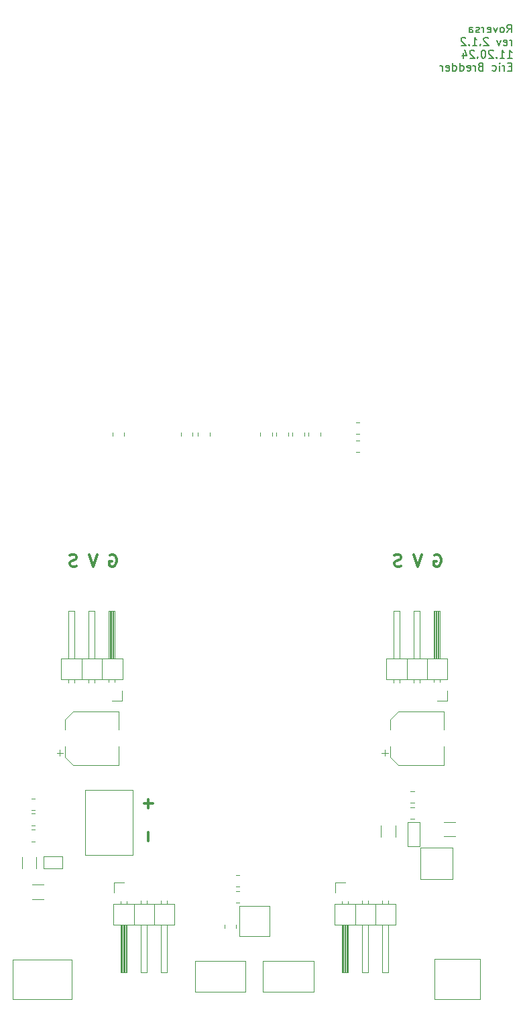
<source format=gbr>
%TF.GenerationSoftware,KiCad,Pcbnew,8.0.6-8.0.6-0~ubuntu24.04.1*%
%TF.CreationDate,2024-11-21T15:03:40-05:00*%
%TF.ProjectId,roversa2,726f7665-7273-4613-922e-6b696361645f,rev?*%
%TF.SameCoordinates,Original*%
%TF.FileFunction,Legend,Bot*%
%TF.FilePolarity,Positive*%
%FSLAX46Y46*%
G04 Gerber Fmt 4.6, Leading zero omitted, Abs format (unit mm)*
G04 Created by KiCad (PCBNEW 8.0.6-8.0.6-0~ubuntu24.04.1) date 2024-11-21 15:03:40*
%MOMM*%
%LPD*%
G01*
G04 APERTURE LIST*
%ADD10C,0.300000*%
%ADD11C,0.150000*%
%ADD12C,0.120000*%
%ADD13C,0.100000*%
G04 APERTURE END LIST*
D10*
X122611774Y-93368257D02*
X122754632Y-93296828D01*
X122754632Y-93296828D02*
X122968917Y-93296828D01*
X122968917Y-93296828D02*
X123183203Y-93368257D01*
X123183203Y-93368257D02*
X123326060Y-93511114D01*
X123326060Y-93511114D02*
X123397489Y-93653971D01*
X123397489Y-93653971D02*
X123468917Y-93939685D01*
X123468917Y-93939685D02*
X123468917Y-94153971D01*
X123468917Y-94153971D02*
X123397489Y-94439685D01*
X123397489Y-94439685D02*
X123326060Y-94582542D01*
X123326060Y-94582542D02*
X123183203Y-94725400D01*
X123183203Y-94725400D02*
X122968917Y-94796828D01*
X122968917Y-94796828D02*
X122826060Y-94796828D01*
X122826060Y-94796828D02*
X122611774Y-94725400D01*
X122611774Y-94725400D02*
X122540346Y-94653971D01*
X122540346Y-94653971D02*
X122540346Y-94153971D01*
X122540346Y-94153971D02*
X122826060Y-94153971D01*
X120968917Y-93296828D02*
X120468917Y-94796828D01*
X120468917Y-94796828D02*
X119968917Y-93296828D01*
X118397489Y-94725400D02*
X118183204Y-94796828D01*
X118183204Y-94796828D02*
X117826061Y-94796828D01*
X117826061Y-94796828D02*
X117683204Y-94725400D01*
X117683204Y-94725400D02*
X117611775Y-94653971D01*
X117611775Y-94653971D02*
X117540346Y-94511114D01*
X117540346Y-94511114D02*
X117540346Y-94368257D01*
X117540346Y-94368257D02*
X117611775Y-94225400D01*
X117611775Y-94225400D02*
X117683204Y-94153971D01*
X117683204Y-94153971D02*
X117826061Y-94082542D01*
X117826061Y-94082542D02*
X118111775Y-94011114D01*
X118111775Y-94011114D02*
X118254632Y-93939685D01*
X118254632Y-93939685D02*
X118326061Y-93868257D01*
X118326061Y-93868257D02*
X118397489Y-93725400D01*
X118397489Y-93725400D02*
X118397489Y-93582542D01*
X118397489Y-93582542D02*
X118326061Y-93439685D01*
X118326061Y-93439685D02*
X118254632Y-93368257D01*
X118254632Y-93368257D02*
X118111775Y-93296828D01*
X118111775Y-93296828D02*
X117754632Y-93296828D01*
X117754632Y-93296828D02*
X117540346Y-93368257D01*
X86495600Y-129468089D02*
X86495600Y-128325232D01*
X86495600Y-125325232D02*
X86495600Y-124182375D01*
X85924171Y-124753803D02*
X87067028Y-124753803D01*
D11*
X131781392Y-27399587D02*
X132114725Y-26923396D01*
X132352820Y-27399587D02*
X132352820Y-26399587D01*
X132352820Y-26399587D02*
X131971868Y-26399587D01*
X131971868Y-26399587D02*
X131876630Y-26447206D01*
X131876630Y-26447206D02*
X131829011Y-26494825D01*
X131829011Y-26494825D02*
X131781392Y-26590063D01*
X131781392Y-26590063D02*
X131781392Y-26732920D01*
X131781392Y-26732920D02*
X131829011Y-26828158D01*
X131829011Y-26828158D02*
X131876630Y-26875777D01*
X131876630Y-26875777D02*
X131971868Y-26923396D01*
X131971868Y-26923396D02*
X132352820Y-26923396D01*
X131209963Y-27399587D02*
X131305201Y-27351968D01*
X131305201Y-27351968D02*
X131352820Y-27304348D01*
X131352820Y-27304348D02*
X131400439Y-27209110D01*
X131400439Y-27209110D02*
X131400439Y-26923396D01*
X131400439Y-26923396D02*
X131352820Y-26828158D01*
X131352820Y-26828158D02*
X131305201Y-26780539D01*
X131305201Y-26780539D02*
X131209963Y-26732920D01*
X131209963Y-26732920D02*
X131067106Y-26732920D01*
X131067106Y-26732920D02*
X130971868Y-26780539D01*
X130971868Y-26780539D02*
X130924249Y-26828158D01*
X130924249Y-26828158D02*
X130876630Y-26923396D01*
X130876630Y-26923396D02*
X130876630Y-27209110D01*
X130876630Y-27209110D02*
X130924249Y-27304348D01*
X130924249Y-27304348D02*
X130971868Y-27351968D01*
X130971868Y-27351968D02*
X131067106Y-27399587D01*
X131067106Y-27399587D02*
X131209963Y-27399587D01*
X130543296Y-26732920D02*
X130305201Y-27399587D01*
X130305201Y-27399587D02*
X130067106Y-26732920D01*
X129305201Y-27351968D02*
X129400439Y-27399587D01*
X129400439Y-27399587D02*
X129590915Y-27399587D01*
X129590915Y-27399587D02*
X129686153Y-27351968D01*
X129686153Y-27351968D02*
X129733772Y-27256729D01*
X129733772Y-27256729D02*
X129733772Y-26875777D01*
X129733772Y-26875777D02*
X129686153Y-26780539D01*
X129686153Y-26780539D02*
X129590915Y-26732920D01*
X129590915Y-26732920D02*
X129400439Y-26732920D01*
X129400439Y-26732920D02*
X129305201Y-26780539D01*
X129305201Y-26780539D02*
X129257582Y-26875777D01*
X129257582Y-26875777D02*
X129257582Y-26971015D01*
X129257582Y-26971015D02*
X129733772Y-27066253D01*
X128829010Y-27399587D02*
X128829010Y-26732920D01*
X128829010Y-26923396D02*
X128781391Y-26828158D01*
X128781391Y-26828158D02*
X128733772Y-26780539D01*
X128733772Y-26780539D02*
X128638534Y-26732920D01*
X128638534Y-26732920D02*
X128543296Y-26732920D01*
X128257581Y-27351968D02*
X128162343Y-27399587D01*
X128162343Y-27399587D02*
X127971867Y-27399587D01*
X127971867Y-27399587D02*
X127876629Y-27351968D01*
X127876629Y-27351968D02*
X127829010Y-27256729D01*
X127829010Y-27256729D02*
X127829010Y-27209110D01*
X127829010Y-27209110D02*
X127876629Y-27113872D01*
X127876629Y-27113872D02*
X127971867Y-27066253D01*
X127971867Y-27066253D02*
X128114724Y-27066253D01*
X128114724Y-27066253D02*
X128209962Y-27018634D01*
X128209962Y-27018634D02*
X128257581Y-26923396D01*
X128257581Y-26923396D02*
X128257581Y-26875777D01*
X128257581Y-26875777D02*
X128209962Y-26780539D01*
X128209962Y-26780539D02*
X128114724Y-26732920D01*
X128114724Y-26732920D02*
X127971867Y-26732920D01*
X127971867Y-26732920D02*
X127876629Y-26780539D01*
X126971867Y-27399587D02*
X126971867Y-26875777D01*
X126971867Y-26875777D02*
X127019486Y-26780539D01*
X127019486Y-26780539D02*
X127114724Y-26732920D01*
X127114724Y-26732920D02*
X127305200Y-26732920D01*
X127305200Y-26732920D02*
X127400438Y-26780539D01*
X126971867Y-27351968D02*
X127067105Y-27399587D01*
X127067105Y-27399587D02*
X127305200Y-27399587D01*
X127305200Y-27399587D02*
X127400438Y-27351968D01*
X127400438Y-27351968D02*
X127448057Y-27256729D01*
X127448057Y-27256729D02*
X127448057Y-27161491D01*
X127448057Y-27161491D02*
X127400438Y-27066253D01*
X127400438Y-27066253D02*
X127305200Y-27018634D01*
X127305200Y-27018634D02*
X127067105Y-27018634D01*
X127067105Y-27018634D02*
X126971867Y-26971015D01*
X132352820Y-29009531D02*
X132352820Y-28342864D01*
X132352820Y-28533340D02*
X132305201Y-28438102D01*
X132305201Y-28438102D02*
X132257582Y-28390483D01*
X132257582Y-28390483D02*
X132162344Y-28342864D01*
X132162344Y-28342864D02*
X132067106Y-28342864D01*
X131352820Y-28961912D02*
X131448058Y-29009531D01*
X131448058Y-29009531D02*
X131638534Y-29009531D01*
X131638534Y-29009531D02*
X131733772Y-28961912D01*
X131733772Y-28961912D02*
X131781391Y-28866673D01*
X131781391Y-28866673D02*
X131781391Y-28485721D01*
X131781391Y-28485721D02*
X131733772Y-28390483D01*
X131733772Y-28390483D02*
X131638534Y-28342864D01*
X131638534Y-28342864D02*
X131448058Y-28342864D01*
X131448058Y-28342864D02*
X131352820Y-28390483D01*
X131352820Y-28390483D02*
X131305201Y-28485721D01*
X131305201Y-28485721D02*
X131305201Y-28580959D01*
X131305201Y-28580959D02*
X131781391Y-28676197D01*
X130971867Y-28342864D02*
X130733772Y-29009531D01*
X130733772Y-29009531D02*
X130495677Y-28342864D01*
X129400438Y-28104769D02*
X129352819Y-28057150D01*
X129352819Y-28057150D02*
X129257581Y-28009531D01*
X129257581Y-28009531D02*
X129019486Y-28009531D01*
X129019486Y-28009531D02*
X128924248Y-28057150D01*
X128924248Y-28057150D02*
X128876629Y-28104769D01*
X128876629Y-28104769D02*
X128829010Y-28200007D01*
X128829010Y-28200007D02*
X128829010Y-28295245D01*
X128829010Y-28295245D02*
X128876629Y-28438102D01*
X128876629Y-28438102D02*
X129448057Y-29009531D01*
X129448057Y-29009531D02*
X128829010Y-29009531D01*
X128400438Y-28914292D02*
X128352819Y-28961912D01*
X128352819Y-28961912D02*
X128400438Y-29009531D01*
X128400438Y-29009531D02*
X128448057Y-28961912D01*
X128448057Y-28961912D02*
X128400438Y-28914292D01*
X128400438Y-28914292D02*
X128400438Y-29009531D01*
X127400439Y-29009531D02*
X127971867Y-29009531D01*
X127686153Y-29009531D02*
X127686153Y-28009531D01*
X127686153Y-28009531D02*
X127781391Y-28152388D01*
X127781391Y-28152388D02*
X127876629Y-28247626D01*
X127876629Y-28247626D02*
X127971867Y-28295245D01*
X126971867Y-28914292D02*
X126924248Y-28961912D01*
X126924248Y-28961912D02*
X126971867Y-29009531D01*
X126971867Y-29009531D02*
X127019486Y-28961912D01*
X127019486Y-28961912D02*
X126971867Y-28914292D01*
X126971867Y-28914292D02*
X126971867Y-29009531D01*
X126543296Y-28104769D02*
X126495677Y-28057150D01*
X126495677Y-28057150D02*
X126400439Y-28009531D01*
X126400439Y-28009531D02*
X126162344Y-28009531D01*
X126162344Y-28009531D02*
X126067106Y-28057150D01*
X126067106Y-28057150D02*
X126019487Y-28104769D01*
X126019487Y-28104769D02*
X125971868Y-28200007D01*
X125971868Y-28200007D02*
X125971868Y-28295245D01*
X125971868Y-28295245D02*
X126019487Y-28438102D01*
X126019487Y-28438102D02*
X126590915Y-29009531D01*
X126590915Y-29009531D02*
X125971868Y-29009531D01*
X131829011Y-30619475D02*
X132400439Y-30619475D01*
X132114725Y-30619475D02*
X132114725Y-29619475D01*
X132114725Y-29619475D02*
X132209963Y-29762332D01*
X132209963Y-29762332D02*
X132305201Y-29857570D01*
X132305201Y-29857570D02*
X132400439Y-29905189D01*
X130876630Y-30619475D02*
X131448058Y-30619475D01*
X131162344Y-30619475D02*
X131162344Y-29619475D01*
X131162344Y-29619475D02*
X131257582Y-29762332D01*
X131257582Y-29762332D02*
X131352820Y-29857570D01*
X131352820Y-29857570D02*
X131448058Y-29905189D01*
X130448058Y-30524236D02*
X130400439Y-30571856D01*
X130400439Y-30571856D02*
X130448058Y-30619475D01*
X130448058Y-30619475D02*
X130495677Y-30571856D01*
X130495677Y-30571856D02*
X130448058Y-30524236D01*
X130448058Y-30524236D02*
X130448058Y-30619475D01*
X130019487Y-29714713D02*
X129971868Y-29667094D01*
X129971868Y-29667094D02*
X129876630Y-29619475D01*
X129876630Y-29619475D02*
X129638535Y-29619475D01*
X129638535Y-29619475D02*
X129543297Y-29667094D01*
X129543297Y-29667094D02*
X129495678Y-29714713D01*
X129495678Y-29714713D02*
X129448059Y-29809951D01*
X129448059Y-29809951D02*
X129448059Y-29905189D01*
X129448059Y-29905189D02*
X129495678Y-30048046D01*
X129495678Y-30048046D02*
X130067106Y-30619475D01*
X130067106Y-30619475D02*
X129448059Y-30619475D01*
X128829011Y-29619475D02*
X128733773Y-29619475D01*
X128733773Y-29619475D02*
X128638535Y-29667094D01*
X128638535Y-29667094D02*
X128590916Y-29714713D01*
X128590916Y-29714713D02*
X128543297Y-29809951D01*
X128543297Y-29809951D02*
X128495678Y-30000427D01*
X128495678Y-30000427D02*
X128495678Y-30238522D01*
X128495678Y-30238522D02*
X128543297Y-30428998D01*
X128543297Y-30428998D02*
X128590916Y-30524236D01*
X128590916Y-30524236D02*
X128638535Y-30571856D01*
X128638535Y-30571856D02*
X128733773Y-30619475D01*
X128733773Y-30619475D02*
X128829011Y-30619475D01*
X128829011Y-30619475D02*
X128924249Y-30571856D01*
X128924249Y-30571856D02*
X128971868Y-30524236D01*
X128971868Y-30524236D02*
X129019487Y-30428998D01*
X129019487Y-30428998D02*
X129067106Y-30238522D01*
X129067106Y-30238522D02*
X129067106Y-30000427D01*
X129067106Y-30000427D02*
X129019487Y-29809951D01*
X129019487Y-29809951D02*
X128971868Y-29714713D01*
X128971868Y-29714713D02*
X128924249Y-29667094D01*
X128924249Y-29667094D02*
X128829011Y-29619475D01*
X128067106Y-30524236D02*
X128019487Y-30571856D01*
X128019487Y-30571856D02*
X128067106Y-30619475D01*
X128067106Y-30619475D02*
X128114725Y-30571856D01*
X128114725Y-30571856D02*
X128067106Y-30524236D01*
X128067106Y-30524236D02*
X128067106Y-30619475D01*
X127638535Y-29714713D02*
X127590916Y-29667094D01*
X127590916Y-29667094D02*
X127495678Y-29619475D01*
X127495678Y-29619475D02*
X127257583Y-29619475D01*
X127257583Y-29619475D02*
X127162345Y-29667094D01*
X127162345Y-29667094D02*
X127114726Y-29714713D01*
X127114726Y-29714713D02*
X127067107Y-29809951D01*
X127067107Y-29809951D02*
X127067107Y-29905189D01*
X127067107Y-29905189D02*
X127114726Y-30048046D01*
X127114726Y-30048046D02*
X127686154Y-30619475D01*
X127686154Y-30619475D02*
X127067107Y-30619475D01*
X126209964Y-29952808D02*
X126209964Y-30619475D01*
X126448059Y-29571856D02*
X126686154Y-30286141D01*
X126686154Y-30286141D02*
X126067107Y-30286141D01*
X132352820Y-31705609D02*
X132019487Y-31705609D01*
X131876630Y-32229419D02*
X132352820Y-32229419D01*
X132352820Y-32229419D02*
X132352820Y-31229419D01*
X132352820Y-31229419D02*
X131876630Y-31229419D01*
X131448058Y-32229419D02*
X131448058Y-31562752D01*
X131448058Y-31753228D02*
X131400439Y-31657990D01*
X131400439Y-31657990D02*
X131352820Y-31610371D01*
X131352820Y-31610371D02*
X131257582Y-31562752D01*
X131257582Y-31562752D02*
X131162344Y-31562752D01*
X130829010Y-32229419D02*
X130829010Y-31562752D01*
X130829010Y-31229419D02*
X130876629Y-31277038D01*
X130876629Y-31277038D02*
X130829010Y-31324657D01*
X130829010Y-31324657D02*
X130781391Y-31277038D01*
X130781391Y-31277038D02*
X130829010Y-31229419D01*
X130829010Y-31229419D02*
X130829010Y-31324657D01*
X129924249Y-32181800D02*
X130019487Y-32229419D01*
X130019487Y-32229419D02*
X130209963Y-32229419D01*
X130209963Y-32229419D02*
X130305201Y-32181800D01*
X130305201Y-32181800D02*
X130352820Y-32134180D01*
X130352820Y-32134180D02*
X130400439Y-32038942D01*
X130400439Y-32038942D02*
X130400439Y-31753228D01*
X130400439Y-31753228D02*
X130352820Y-31657990D01*
X130352820Y-31657990D02*
X130305201Y-31610371D01*
X130305201Y-31610371D02*
X130209963Y-31562752D01*
X130209963Y-31562752D02*
X130019487Y-31562752D01*
X130019487Y-31562752D02*
X129924249Y-31610371D01*
X128400439Y-31705609D02*
X128257582Y-31753228D01*
X128257582Y-31753228D02*
X128209963Y-31800847D01*
X128209963Y-31800847D02*
X128162344Y-31896085D01*
X128162344Y-31896085D02*
X128162344Y-32038942D01*
X128162344Y-32038942D02*
X128209963Y-32134180D01*
X128209963Y-32134180D02*
X128257582Y-32181800D01*
X128257582Y-32181800D02*
X128352820Y-32229419D01*
X128352820Y-32229419D02*
X128733772Y-32229419D01*
X128733772Y-32229419D02*
X128733772Y-31229419D01*
X128733772Y-31229419D02*
X128400439Y-31229419D01*
X128400439Y-31229419D02*
X128305201Y-31277038D01*
X128305201Y-31277038D02*
X128257582Y-31324657D01*
X128257582Y-31324657D02*
X128209963Y-31419895D01*
X128209963Y-31419895D02*
X128209963Y-31515133D01*
X128209963Y-31515133D02*
X128257582Y-31610371D01*
X128257582Y-31610371D02*
X128305201Y-31657990D01*
X128305201Y-31657990D02*
X128400439Y-31705609D01*
X128400439Y-31705609D02*
X128733772Y-31705609D01*
X127733772Y-32229419D02*
X127733772Y-31562752D01*
X127733772Y-31753228D02*
X127686153Y-31657990D01*
X127686153Y-31657990D02*
X127638534Y-31610371D01*
X127638534Y-31610371D02*
X127543296Y-31562752D01*
X127543296Y-31562752D02*
X127448058Y-31562752D01*
X126733772Y-32181800D02*
X126829010Y-32229419D01*
X126829010Y-32229419D02*
X127019486Y-32229419D01*
X127019486Y-32229419D02*
X127114724Y-32181800D01*
X127114724Y-32181800D02*
X127162343Y-32086561D01*
X127162343Y-32086561D02*
X127162343Y-31705609D01*
X127162343Y-31705609D02*
X127114724Y-31610371D01*
X127114724Y-31610371D02*
X127019486Y-31562752D01*
X127019486Y-31562752D02*
X126829010Y-31562752D01*
X126829010Y-31562752D02*
X126733772Y-31610371D01*
X126733772Y-31610371D02*
X126686153Y-31705609D01*
X126686153Y-31705609D02*
X126686153Y-31800847D01*
X126686153Y-31800847D02*
X127162343Y-31896085D01*
X125829010Y-32229419D02*
X125829010Y-31229419D01*
X125829010Y-32181800D02*
X125924248Y-32229419D01*
X125924248Y-32229419D02*
X126114724Y-32229419D01*
X126114724Y-32229419D02*
X126209962Y-32181800D01*
X126209962Y-32181800D02*
X126257581Y-32134180D01*
X126257581Y-32134180D02*
X126305200Y-32038942D01*
X126305200Y-32038942D02*
X126305200Y-31753228D01*
X126305200Y-31753228D02*
X126257581Y-31657990D01*
X126257581Y-31657990D02*
X126209962Y-31610371D01*
X126209962Y-31610371D02*
X126114724Y-31562752D01*
X126114724Y-31562752D02*
X125924248Y-31562752D01*
X125924248Y-31562752D02*
X125829010Y-31610371D01*
X124924248Y-32229419D02*
X124924248Y-31229419D01*
X124924248Y-32181800D02*
X125019486Y-32229419D01*
X125019486Y-32229419D02*
X125209962Y-32229419D01*
X125209962Y-32229419D02*
X125305200Y-32181800D01*
X125305200Y-32181800D02*
X125352819Y-32134180D01*
X125352819Y-32134180D02*
X125400438Y-32038942D01*
X125400438Y-32038942D02*
X125400438Y-31753228D01*
X125400438Y-31753228D02*
X125352819Y-31657990D01*
X125352819Y-31657990D02*
X125305200Y-31610371D01*
X125305200Y-31610371D02*
X125209962Y-31562752D01*
X125209962Y-31562752D02*
X125019486Y-31562752D01*
X125019486Y-31562752D02*
X124924248Y-31610371D01*
X124067105Y-32181800D02*
X124162343Y-32229419D01*
X124162343Y-32229419D02*
X124352819Y-32229419D01*
X124352819Y-32229419D02*
X124448057Y-32181800D01*
X124448057Y-32181800D02*
X124495676Y-32086561D01*
X124495676Y-32086561D02*
X124495676Y-31705609D01*
X124495676Y-31705609D02*
X124448057Y-31610371D01*
X124448057Y-31610371D02*
X124352819Y-31562752D01*
X124352819Y-31562752D02*
X124162343Y-31562752D01*
X124162343Y-31562752D02*
X124067105Y-31610371D01*
X124067105Y-31610371D02*
X124019486Y-31705609D01*
X124019486Y-31705609D02*
X124019486Y-31800847D01*
X124019486Y-31800847D02*
X124495676Y-31896085D01*
X123590914Y-32229419D02*
X123590914Y-31562752D01*
X123590914Y-31753228D02*
X123543295Y-31657990D01*
X123543295Y-31657990D02*
X123495676Y-31610371D01*
X123495676Y-31610371D02*
X123400438Y-31562752D01*
X123400438Y-31562752D02*
X123305200Y-31562752D01*
D10*
X81631774Y-93368257D02*
X81774632Y-93296828D01*
X81774632Y-93296828D02*
X81988917Y-93296828D01*
X81988917Y-93296828D02*
X82203203Y-93368257D01*
X82203203Y-93368257D02*
X82346060Y-93511114D01*
X82346060Y-93511114D02*
X82417489Y-93653971D01*
X82417489Y-93653971D02*
X82488917Y-93939685D01*
X82488917Y-93939685D02*
X82488917Y-94153971D01*
X82488917Y-94153971D02*
X82417489Y-94439685D01*
X82417489Y-94439685D02*
X82346060Y-94582542D01*
X82346060Y-94582542D02*
X82203203Y-94725400D01*
X82203203Y-94725400D02*
X81988917Y-94796828D01*
X81988917Y-94796828D02*
X81846060Y-94796828D01*
X81846060Y-94796828D02*
X81631774Y-94725400D01*
X81631774Y-94725400D02*
X81560346Y-94653971D01*
X81560346Y-94653971D02*
X81560346Y-94153971D01*
X81560346Y-94153971D02*
X81846060Y-94153971D01*
X79988917Y-93296828D02*
X79488917Y-94796828D01*
X79488917Y-94796828D02*
X78988917Y-93296828D01*
X77417489Y-94725400D02*
X77203204Y-94796828D01*
X77203204Y-94796828D02*
X76846061Y-94796828D01*
X76846061Y-94796828D02*
X76703204Y-94725400D01*
X76703204Y-94725400D02*
X76631775Y-94653971D01*
X76631775Y-94653971D02*
X76560346Y-94511114D01*
X76560346Y-94511114D02*
X76560346Y-94368257D01*
X76560346Y-94368257D02*
X76631775Y-94225400D01*
X76631775Y-94225400D02*
X76703204Y-94153971D01*
X76703204Y-94153971D02*
X76846061Y-94082542D01*
X76846061Y-94082542D02*
X77131775Y-94011114D01*
X77131775Y-94011114D02*
X77274632Y-93939685D01*
X77274632Y-93939685D02*
X77346061Y-93868257D01*
X77346061Y-93868257D02*
X77417489Y-93725400D01*
X77417489Y-93725400D02*
X77417489Y-93582542D01*
X77417489Y-93582542D02*
X77346061Y-93439685D01*
X77346061Y-93439685D02*
X77274632Y-93368257D01*
X77274632Y-93368257D02*
X77131775Y-93296828D01*
X77131775Y-93296828D02*
X76774632Y-93296828D01*
X76774632Y-93296828D02*
X76560346Y-93368257D01*
D12*
%TO.C,R9*%
X112675936Y-78878000D02*
X113130064Y-78878000D01*
X112675936Y-80348000D02*
X113130064Y-80348000D01*
%TO.C,J4*%
D13*
X107372800Y-144594000D02*
X100972800Y-144594000D01*
X100972800Y-148544000D01*
X107372800Y-148544000D01*
X107372800Y-144594000D01*
D12*
%TO.C,J7*%
X116512800Y-106421900D02*
X124252800Y-106421900D01*
X116512800Y-109081900D02*
X116512800Y-106421900D01*
X117462800Y-100421900D02*
X117462800Y-106421900D01*
X117462800Y-109478971D02*
X117462800Y-109081900D01*
X118222800Y-100421900D02*
X117462800Y-100421900D01*
X118222800Y-106421900D02*
X118222800Y-100421900D01*
X118222800Y-109478971D02*
X118222800Y-109081900D01*
X119112800Y-109081900D02*
X119112800Y-106421900D01*
X120002800Y-100421900D02*
X120002800Y-106421900D01*
X120002800Y-109478971D02*
X120002800Y-109081900D01*
X120762800Y-100421900D02*
X120002800Y-100421900D01*
X120762800Y-106421900D02*
X120762800Y-100421900D01*
X120762800Y-109478971D02*
X120762800Y-109081900D01*
X121652800Y-109081900D02*
X121652800Y-106421900D01*
X122542800Y-100421900D02*
X122542800Y-106421900D01*
X122542800Y-109411900D02*
X122542800Y-109081900D01*
X122642800Y-106421900D02*
X122642800Y-100421900D01*
X122762800Y-106421900D02*
X122762800Y-100421900D01*
X122882800Y-106421900D02*
X122882800Y-100421900D01*
X122922800Y-111791900D02*
X124192800Y-111791900D01*
X123002800Y-106421900D02*
X123002800Y-100421900D01*
X123122800Y-106421900D02*
X123122800Y-100421900D01*
X123242800Y-106421900D02*
X123242800Y-100421900D01*
X123302800Y-100421900D02*
X122542800Y-100421900D01*
X123302800Y-106421900D02*
X123302800Y-100421900D01*
X123302800Y-109411900D02*
X123302800Y-109081900D01*
X124192800Y-111791900D02*
X124192800Y-110521900D01*
X124252800Y-106421900D02*
X124252800Y-109081900D01*
X124252800Y-109081900D02*
X116512800Y-109081900D01*
%TO.C,R7*%
X71732336Y-128043000D02*
X72186464Y-128043000D01*
X71732336Y-129513000D02*
X72186464Y-129513000D01*
%TO.C,R6*%
X72186464Y-124106000D02*
X71732336Y-124106000D01*
X72186464Y-125576000D02*
X71732336Y-125576000D01*
%TO.C,R13*%
X100611000Y-77861936D02*
X100611000Y-78316064D01*
X102081000Y-77861936D02*
X102081000Y-78316064D01*
%TO.C,R5*%
X72186464Y-126011000D02*
X71732336Y-126011000D01*
X72186464Y-127481000D02*
X71732336Y-127481000D01*
%TO.C,R10*%
X81942000Y-77861936D02*
X81942000Y-78316064D01*
X83412000Y-77861936D02*
X83412000Y-78316064D01*
%TO.C,U1*%
D13*
X120738200Y-127125600D02*
X119238200Y-127125600D01*
X119238200Y-130125600D01*
X120738200Y-130125600D01*
X120738200Y-127125600D01*
%TO.C,L1*%
X120858400Y-130308600D02*
X124858400Y-130308600D01*
X124858400Y-134308600D01*
X120858400Y-134308600D01*
X120858400Y-130308600D01*
D12*
%TO.C,C4*%
X73228252Y-134980000D02*
X71805748Y-134980000D01*
X73228252Y-136800000D02*
X71805748Y-136800000D01*
%TO.C,R8*%
X112675936Y-76592000D02*
X113130064Y-76592000D01*
X112675936Y-78062000D02*
X113130064Y-78062000D01*
%TO.C,D1*%
D13*
X97972800Y-141482800D02*
X101772800Y-141482800D01*
X101772800Y-137682800D01*
X97972800Y-137682800D01*
X97972800Y-141482800D01*
D12*
%TO.C,R2*%
X120037464Y-123191600D02*
X119583336Y-123191600D01*
X120037464Y-124661600D02*
X119583336Y-124661600D01*
%TO.C,SW1*%
D13*
X122572800Y-149450000D02*
X128372800Y-149450000D01*
X128372800Y-144350000D01*
X122572800Y-144350000D01*
X122572800Y-149450000D01*
D12*
%TO.C,C11*%
X115960300Y-118357300D02*
X116747800Y-118357300D01*
X116354050Y-118751050D02*
X116354050Y-117963550D01*
X116987800Y-114164237D02*
X116987800Y-115449800D01*
X116987800Y-114164237D02*
X118052237Y-113099800D01*
X116987800Y-118855363D02*
X116987800Y-117569800D01*
X116987800Y-118855363D02*
X118052237Y-119919800D01*
X118052237Y-113099800D02*
X123807800Y-113099800D01*
X118052237Y-119919800D02*
X123807800Y-119919800D01*
X123807800Y-113099800D02*
X123807800Y-115449800D01*
X123807800Y-119919800D02*
X123807800Y-117569800D01*
%TO.C,R17*%
X97991664Y-135789000D02*
X97537536Y-135789000D01*
X97991664Y-137259000D02*
X97537536Y-137259000D01*
%TO.C,R4*%
X96089800Y-140056136D02*
X96089800Y-140510264D01*
X97559800Y-140056136D02*
X97559800Y-140510264D01*
%TO.C,J1*%
D13*
X76772800Y-144421900D02*
X69372800Y-144421900D01*
X69372800Y-149421900D01*
X76772800Y-149421900D01*
X76772800Y-144421900D01*
D12*
%TO.C,C10*%
X74910300Y-118357300D02*
X75697800Y-118357300D01*
X75304050Y-118751050D02*
X75304050Y-117963550D01*
X75937800Y-114164237D02*
X75937800Y-115449800D01*
X75937800Y-114164237D02*
X77002237Y-113099800D01*
X75937800Y-118855363D02*
X75937800Y-117569800D01*
X75937800Y-118855363D02*
X77002237Y-119919800D01*
X77002237Y-113099800D02*
X82757800Y-113099800D01*
X77002237Y-119919800D02*
X82757800Y-119919800D01*
X82757800Y-113099800D02*
X82757800Y-115449800D01*
X82757800Y-119919800D02*
X82757800Y-117569800D01*
%TO.C,J6*%
X75462800Y-106421900D02*
X83202800Y-106421900D01*
X75462800Y-109081900D02*
X75462800Y-106421900D01*
X76412800Y-100421900D02*
X76412800Y-106421900D01*
X76412800Y-109478971D02*
X76412800Y-109081900D01*
X77172800Y-100421900D02*
X76412800Y-100421900D01*
X77172800Y-106421900D02*
X77172800Y-100421900D01*
X77172800Y-109478971D02*
X77172800Y-109081900D01*
X78062800Y-109081900D02*
X78062800Y-106421900D01*
X78952800Y-100421900D02*
X78952800Y-106421900D01*
X78952800Y-109478971D02*
X78952800Y-109081900D01*
X79712800Y-100421900D02*
X78952800Y-100421900D01*
X79712800Y-106421900D02*
X79712800Y-100421900D01*
X79712800Y-109478971D02*
X79712800Y-109081900D01*
X80602800Y-109081900D02*
X80602800Y-106421900D01*
X81492800Y-100421900D02*
X81492800Y-106421900D01*
X81492800Y-109411900D02*
X81492800Y-109081900D01*
X81592800Y-106421900D02*
X81592800Y-100421900D01*
X81712800Y-106421900D02*
X81712800Y-100421900D01*
X81832800Y-106421900D02*
X81832800Y-100421900D01*
X81872800Y-111791900D02*
X83142800Y-111791900D01*
X81952800Y-106421900D02*
X81952800Y-100421900D01*
X82072800Y-106421900D02*
X82072800Y-100421900D01*
X82192800Y-106421900D02*
X82192800Y-100421900D01*
X82252800Y-100421900D02*
X81492800Y-100421900D01*
X82252800Y-106421900D02*
X82252800Y-100421900D01*
X82252800Y-109411900D02*
X82252800Y-109081900D01*
X83142800Y-111791900D02*
X83142800Y-110521900D01*
X83202800Y-106421900D02*
X83202800Y-109081900D01*
X83202800Y-109081900D02*
X75462800Y-109081900D01*
%TO.C,C1*%
X115852400Y-128955852D02*
X115852400Y-127533348D01*
X117672400Y-128955852D02*
X117672400Y-127533348D01*
%TO.C,C3*%
X70516000Y-131481248D02*
X70516000Y-132903752D01*
X72336000Y-131481248D02*
X72336000Y-132903752D01*
%TO.C,J5*%
X82042800Y-137411900D02*
X89782800Y-137411900D01*
X82042800Y-140071900D02*
X82042800Y-137411900D01*
X82102800Y-134701900D02*
X82102800Y-135971900D01*
X82992800Y-137081900D02*
X82992800Y-137411900D01*
X82992800Y-140071900D02*
X82992800Y-146071900D01*
X82992800Y-146071900D02*
X83752800Y-146071900D01*
X83052800Y-140071900D02*
X83052800Y-146071900D01*
X83172800Y-140071900D02*
X83172800Y-146071900D01*
X83292800Y-140071900D02*
X83292800Y-146071900D01*
X83372800Y-134701900D02*
X82102800Y-134701900D01*
X83412800Y-140071900D02*
X83412800Y-146071900D01*
X83532800Y-140071900D02*
X83532800Y-146071900D01*
X83652800Y-140071900D02*
X83652800Y-146071900D01*
X83752800Y-137081900D02*
X83752800Y-137411900D01*
X83752800Y-146071900D02*
X83752800Y-140071900D01*
X84642800Y-137411900D02*
X84642800Y-140071900D01*
X85532800Y-137014829D02*
X85532800Y-137411900D01*
X85532800Y-140071900D02*
X85532800Y-146071900D01*
X85532800Y-146071900D02*
X86292800Y-146071900D01*
X86292800Y-137014829D02*
X86292800Y-137411900D01*
X86292800Y-146071900D02*
X86292800Y-140071900D01*
X87182800Y-137411900D02*
X87182800Y-140071900D01*
X88072800Y-137014829D02*
X88072800Y-137411900D01*
X88072800Y-140071900D02*
X88072800Y-146071900D01*
X88072800Y-146071900D02*
X88832800Y-146071900D01*
X88832800Y-137014829D02*
X88832800Y-137411900D01*
X88832800Y-146071900D02*
X88832800Y-140071900D01*
X89782800Y-137411900D02*
X89782800Y-140071900D01*
X89782800Y-140071900D02*
X82042800Y-140071900D01*
%TO.C,R12*%
X92737000Y-77861936D02*
X92737000Y-78316064D01*
X94207000Y-77861936D02*
X94207000Y-78316064D01*
%TO.C,R3*%
X97537536Y-133782400D02*
X97991664Y-133782400D01*
X97537536Y-135252400D02*
X97991664Y-135252400D01*
%TO.C,U2*%
D13*
X75642000Y-131437000D02*
X73252000Y-131437000D01*
X73252000Y-132947000D01*
X75642000Y-132947000D01*
X75642000Y-131437000D01*
D12*
%TO.C,R15*%
X104675000Y-77861936D02*
X104675000Y-78316064D01*
X106145000Y-77861936D02*
X106145000Y-78316064D01*
%TO.C,J2*%
D13*
X84503200Y-131255200D02*
X78503200Y-131255200D01*
X78503200Y-123055200D01*
X84503200Y-123055200D01*
X84503200Y-131255200D01*
%TO.C,J3*%
X98772800Y-144594000D02*
X92372800Y-144594000D01*
X92372800Y-148544000D01*
X98772800Y-148544000D01*
X98772800Y-144594000D01*
D12*
%TO.C,R16*%
X106707000Y-77861936D02*
X106707000Y-78316064D01*
X108177000Y-77861936D02*
X108177000Y-78316064D01*
%TO.C,R14*%
X102643000Y-77861936D02*
X102643000Y-78316064D01*
X104113000Y-77861936D02*
X104113000Y-78316064D01*
%TO.C,C2*%
X125220652Y-127080600D02*
X123798148Y-127080600D01*
X125220652Y-128900600D02*
X123798148Y-128900600D01*
%TO.C,J8*%
X109992800Y-137411900D02*
X117732800Y-137411900D01*
X109992800Y-140071900D02*
X109992800Y-137411900D01*
X110052800Y-134701900D02*
X110052800Y-135971900D01*
X110942800Y-137081900D02*
X110942800Y-137411900D01*
X110942800Y-140071900D02*
X110942800Y-146071900D01*
X110942800Y-146071900D02*
X111702800Y-146071900D01*
X111002800Y-140071900D02*
X111002800Y-146071900D01*
X111122800Y-140071900D02*
X111122800Y-146071900D01*
X111242800Y-140071900D02*
X111242800Y-146071900D01*
X111322800Y-134701900D02*
X110052800Y-134701900D01*
X111362800Y-140071900D02*
X111362800Y-146071900D01*
X111482800Y-140071900D02*
X111482800Y-146071900D01*
X111602800Y-140071900D02*
X111602800Y-146071900D01*
X111702800Y-137081900D02*
X111702800Y-137411900D01*
X111702800Y-146071900D02*
X111702800Y-140071900D01*
X112592800Y-137411900D02*
X112592800Y-140071900D01*
X113482800Y-137014829D02*
X113482800Y-137411900D01*
X113482800Y-140071900D02*
X113482800Y-146071900D01*
X113482800Y-146071900D02*
X114242800Y-146071900D01*
X114242800Y-137014829D02*
X114242800Y-137411900D01*
X114242800Y-146071900D02*
X114242800Y-140071900D01*
X115132800Y-137411900D02*
X115132800Y-140071900D01*
X116022800Y-137014829D02*
X116022800Y-137411900D01*
X116022800Y-140071900D02*
X116022800Y-146071900D01*
X116022800Y-146071900D02*
X116782800Y-146071900D01*
X116782800Y-137014829D02*
X116782800Y-137411900D01*
X116782800Y-146071900D02*
X116782800Y-140071900D01*
X117732800Y-137411900D02*
X117732800Y-140071900D01*
X117732800Y-140071900D02*
X109992800Y-140071900D01*
%TO.C,R11*%
X90578000Y-77861936D02*
X90578000Y-78316064D01*
X92048000Y-77861936D02*
X92048000Y-78316064D01*
%TO.C,R1*%
X120037464Y-125223600D02*
X119583336Y-125223600D01*
X120037464Y-126693600D02*
X119583336Y-126693600D01*
%TD*%
M02*

</source>
